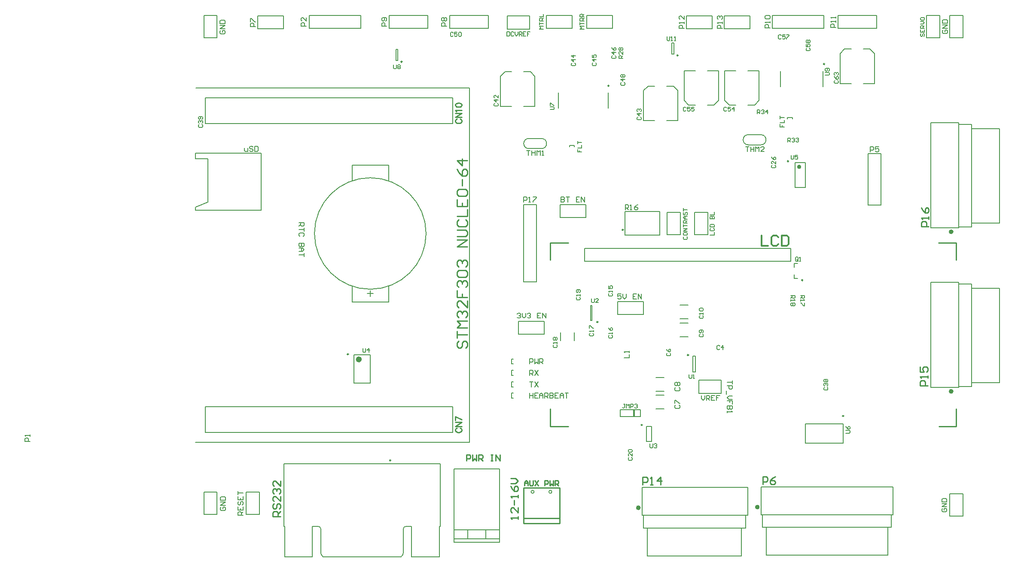
<source format=gto>
G04*
G04 #@! TF.GenerationSoftware,Altium Limited,Altium Designer,19.0.10 (269)*
G04*
G04 Layer_Color=65535*
%FSLAX43Y43*%
%MOMM*%
G71*
G01*
G75*
%ADD10C,0.250*%
%ADD11C,0.127*%
%ADD12C,0.200*%
%ADD13C,0.400*%
%ADD14C,0.600*%
%ADD15C,0.180*%
%ADD16C,0.254*%
%ADD17C,0.350*%
%ADD18R,0.400X1.300*%
D10*
X131575Y136400D02*
G03*
X131575Y136400I-125J0D01*
G01*
X138125Y69475D02*
G03*
X138125Y69475I-125J0D01*
G01*
X177825Y71250D02*
G03*
X177825Y71250I-125J0D01*
G01*
X174075Y140700D02*
G03*
X174075Y140700I-125J0D01*
G01*
X88550Y62470D02*
G03*
X88550Y62470I-125J0D01*
G01*
X169775Y98050D02*
G03*
X169775Y98050I-125J0D01*
G01*
X134385Y107980D02*
G03*
X134385Y107980I-125J0D01*
G01*
X147245Y83268D02*
G03*
X147245Y83268I-125J0D01*
G01*
X129375Y89791D02*
G03*
X129375Y89791I-125J0D01*
G01*
X80216Y83421D02*
G03*
X80216Y83421I-125J0D01*
G01*
X166950Y121505D02*
G03*
X166950Y121505I-125J0D01*
G01*
X145185Y142400D02*
G03*
X145185Y142400I-125J0D01*
G01*
X90795Y141150D02*
G03*
X90795Y141150I-125J0D01*
G01*
D11*
X95500Y107250D02*
G03*
X95500Y107250I-11000J0D01*
G01*
X120300Y56270D02*
G03*
X120300Y56270I-300J0D01*
G01*
X116800D02*
G03*
X116800Y56270I-300J0D01*
G01*
X159000Y126750D02*
G03*
X159000Y124750I0J-1000D01*
G01*
X161500D02*
G03*
X161500Y126750I0J1000D01*
G01*
X115750Y126000D02*
G03*
X115750Y124000I0J-1000D01*
G01*
X118250D02*
G03*
X118250Y126000I0J1000D01*
G01*
X149300Y75700D02*
Y78300D01*
Y75700D02*
X153700D01*
Y78300D01*
X149300D02*
X153700D01*
X50000Y111810D02*
Y112460D01*
Y121960D02*
Y123110D01*
Y111810D02*
X63000D01*
Y123110D01*
X50000D02*
X63000D01*
X52500Y114960D02*
Y121960D01*
X50000D02*
X52500D01*
Y113460D02*
Y114960D01*
X50000Y112460D02*
X52500Y113460D01*
X120000Y103000D02*
Y105400D01*
X84500Y95450D02*
X85100D01*
X83900D02*
X84500D01*
Y94850D02*
Y96050D01*
X88100Y93750D02*
Y96850D01*
X80900Y93750D02*
X88100D01*
X80900D02*
Y96850D01*
Y117650D02*
Y120750D01*
X88100Y117650D02*
Y120750D01*
X80900D02*
X88100D01*
X101000Y46270D02*
X110000D01*
X101000D02*
Y60770D01*
X110000D01*
Y46270D02*
Y60770D01*
X101000Y47020D02*
X110000D01*
X101000Y48770D02*
X110000D01*
X107250Y47020D02*
Y48770D01*
X103750Y47020D02*
Y48770D01*
X161550Y51750D02*
Y57250D01*
Y51750D02*
X187550D01*
Y57250D01*
X161550D02*
X187550D01*
X195000Y108340D02*
Y129140D01*
X200500D01*
Y108340D02*
Y129140D01*
X195000Y108340D02*
X200500D01*
X159000Y124750D02*
X161500D01*
X159000Y126750D02*
X161500D01*
X137750Y71140D02*
Y72440D01*
X133750Y71140D02*
X137750D01*
X133750D02*
Y72440D01*
X137750D01*
X194150Y145850D02*
Y150250D01*
X196750D01*
Y145850D02*
Y150250D01*
X194150Y145850D02*
X196750D01*
X60050Y51850D02*
Y56250D01*
X62650D01*
Y51850D02*
Y56250D01*
X60050Y51850D02*
X62650D01*
X151050Y107050D02*
Y111450D01*
X148450Y107050D02*
X151050D01*
X148450D02*
Y111450D01*
X151050D01*
X51700Y145850D02*
Y150250D01*
X54300D01*
Y145850D02*
Y150250D01*
X51700Y145850D02*
X54300D01*
X198700D02*
Y150250D01*
X201300D01*
Y145850D02*
Y150250D01*
X198700Y145850D02*
X201300D01*
X198700Y51470D02*
Y55870D01*
X201300D01*
Y51470D02*
Y55870D01*
X198700Y51470D02*
X201300D01*
X51700Y51820D02*
Y56220D01*
X54300D01*
Y51820D02*
Y56220D01*
X51700Y51820D02*
X54300D01*
X111500Y150200D02*
X115900D01*
Y147600D02*
Y150200D01*
X111500Y147600D02*
X115900D01*
X111500D02*
Y150200D01*
X145628Y107050D02*
Y111450D01*
X143028Y107050D02*
X145628D01*
X143028D02*
Y111450D01*
X145628D01*
X115750Y124000D02*
X118250D01*
X115750Y126000D02*
X118250D01*
X195000Y76840D02*
X200500D01*
Y97640D01*
X195000D02*
X200500D01*
X195000Y76840D02*
Y97640D01*
X138090Y51620D02*
Y57120D01*
Y51620D02*
X158890D01*
Y57120D01*
X138090D02*
X158890D01*
D12*
X74720Y44420D02*
G03*
X75207Y43420I1270J0D01*
G01*
X90563D02*
G03*
X91050Y44420I-783J1000D01*
G01*
X74720Y49020D02*
G03*
X74320Y49420I-400J0D01*
G01*
X91450D02*
G03*
X91050Y49020I0J-400D01*
G01*
X121600Y132000D02*
Y135000D01*
X131400Y132000D02*
Y135000D01*
X138975Y69175D02*
X139975D01*
X138975Y66175D02*
X139975D01*
X138975D02*
Y69175D01*
X139975Y66175D02*
Y69175D01*
X170250Y69650D02*
X177750D01*
X170250Y65850D02*
X177750D01*
Y69650D01*
X170250Y65850D02*
Y69650D01*
X113690Y89932D02*
X118770D01*
X113690Y87392D02*
Y89932D01*
Y87392D02*
X118770D01*
Y89932D01*
X133230Y93770D02*
X138310D01*
X133230Y91230D02*
Y93770D01*
Y91230D02*
X138310D01*
Y93770D01*
X114730Y112930D02*
X117270D01*
X114730Y97690D02*
X117270D01*
X114730D02*
Y112930D01*
X117270Y97690D02*
Y112930D01*
X121880Y110430D02*
Y112970D01*
X126960D01*
Y110430D02*
Y112970D01*
X121880Y110430D02*
X126960D01*
X62340Y150170D02*
X67420D01*
X62340Y147630D02*
Y150170D01*
Y147630D02*
X67420D01*
Y150170D01*
X167370Y101730D02*
Y104270D01*
X128635D02*
X167370D01*
X126730D02*
X128635D01*
X126730Y101730D02*
Y104270D01*
Y101730D02*
X167370D01*
X173750Y136300D02*
Y139300D01*
X165350Y136300D02*
Y139300D01*
X173750Y136250D02*
Y139250D01*
X165350Y136250D02*
Y139250D01*
X177100Y142750D02*
X178000Y143650D01*
X178100D01*
X183000D02*
X183900Y142750D01*
X182900Y143650D02*
X183000D01*
X181700Y136850D02*
X183900Y136850D01*
Y142750D01*
X181700Y143650D02*
X182900D01*
X178100D02*
X179300D01*
X177100Y136850D02*
X177100Y142750D01*
X177100Y136850D02*
X179300D01*
X121975Y86087D02*
Y87687D01*
X124675Y86087D02*
Y87687D01*
X98285Y49420D02*
Y61820D01*
X67485Y49420D02*
Y61820D01*
X67485D02*
X98285D01*
X91050Y44420D02*
Y49020D01*
X74720Y44420D02*
Y49020D01*
X67676Y43420D02*
Y49420D01*
X92666Y43420D02*
Y49420D01*
X98094Y43420D02*
Y49420D01*
X75207Y43420D02*
X90563D01*
X92666D02*
X98094D01*
X67676D02*
X73104D01*
X73104Y43420D02*
Y49420D01*
X67485D02*
X67676D01*
X73104D02*
X74320D01*
X98094D02*
X98285D01*
X91450D02*
X92666D01*
X162550Y49250D02*
X186550D01*
Y43750D02*
Y49250D01*
X162550Y43750D02*
X186550D01*
X162550D02*
Y49250D01*
X161780D02*
Y51750D01*
Y49250D02*
X187180D01*
Y51750D01*
X161780D02*
X187180D01*
X163720Y147780D02*
Y150320D01*
X173880D01*
X163720Y147780D02*
X173880D01*
Y150320D01*
X184310Y147730D02*
Y150270D01*
X176690Y147730D02*
X184310D01*
X176690D02*
Y150270D01*
X184310D01*
X200500Y108570D02*
Y128740D01*
X203000D01*
Y108570D02*
Y128740D01*
X200500Y108570D02*
X203000D01*
Y109340D02*
X208500D01*
Y127940D01*
X203000D02*
X208500D01*
X203000Y109340D02*
Y127940D01*
X112350Y82500D02*
X112650D01*
X112350Y81500D02*
X112650D01*
X112350D02*
Y82500D01*
X168050Y100550D02*
Y101350D01*
X168750D01*
X168050Y98350D02*
Y99150D01*
Y98350D02*
X168750D01*
X141575Y106905D02*
Y111595D01*
X134745Y106905D02*
Y111595D01*
X141575D01*
X134745Y106905D02*
X141575D01*
X148070Y83018D02*
X148570D01*
X148070Y79918D02*
X148570D01*
X148070D02*
Y83018D01*
X148570Y79918D02*
Y83018D01*
X127900Y90116D02*
X128200D01*
X127900Y93016D02*
X128200D01*
Y90116D02*
Y93016D01*
X127900Y90116D02*
Y93016D01*
X81285Y77706D02*
Y83294D01*
X84485Y77706D02*
Y83294D01*
X81285Y77706D02*
X84485D01*
X81285Y83294D02*
X84485D01*
X168250Y116300D02*
Y121200D01*
X170250Y116300D02*
Y121200D01*
X168250D02*
X170250D01*
X168250Y116300D02*
X170250D01*
X143950Y142650D02*
Y144850D01*
X144330Y142650D02*
Y144850D01*
X143950D02*
X144330D01*
X143950Y142650D02*
X144330D01*
X51990Y73060D02*
X100740D01*
X51990Y67980D02*
X100740D01*
X51990D02*
Y73060D01*
X100740Y67980D02*
Y73060D01*
X100740Y128980D02*
Y134060D01*
X51990Y128980D02*
Y134060D01*
Y128980D02*
X100740D01*
X51990Y134060D02*
X100740D01*
X145520Y93100D02*
X147120D01*
X145520Y90400D02*
X147120D01*
X145520Y89600D02*
X147120D01*
X145520Y86900D02*
X147120D01*
X140770Y76150D02*
X142370D01*
X140770Y78850D02*
X142370D01*
X140770Y72650D02*
X142370D01*
X140770Y75350D02*
X142370D01*
X152250Y132600D02*
X153150Y133500D01*
X152150Y132600D02*
X152250D01*
X146350Y133500D02*
X147250Y132600D01*
X147350D01*
X146350Y139400D02*
X148550Y139400D01*
X146350Y133500D02*
Y139400D01*
X147350Y132600D02*
X148550D01*
X150950D02*
X152150D01*
X153150Y133500D02*
X153150Y139400D01*
X150950D02*
X153150D01*
X160250Y132600D02*
X161150Y133500D01*
X160150Y132600D02*
X160250D01*
X154350Y133500D02*
X155250Y132600D01*
X155350D01*
X154350Y139400D02*
X156550Y139400D01*
X154350Y133500D02*
Y139400D01*
X155350Y132600D02*
X156550D01*
X158950D02*
X160150D01*
X161150Y133500D02*
X161150Y139400D01*
X158950D02*
X161150D01*
X138350Y135450D02*
X139250Y136350D01*
X139350D01*
X144250D02*
X145150Y135450D01*
X144150Y136350D02*
X144250D01*
X142950Y129550D02*
X145150Y129550D01*
Y135450D01*
X142950Y136350D02*
X144150D01*
X139350D02*
X140550D01*
X138350Y129550D02*
X138350Y135450D01*
X138350Y129550D02*
X140550D01*
X110150Y138250D02*
X111050Y139150D01*
X111150D01*
X116050D02*
X116950Y138250D01*
X115950Y139150D02*
X116050D01*
X114750Y132350D02*
X116950Y132350D01*
Y138250D01*
X114750Y139150D02*
X115950D01*
X111150D02*
X112350D01*
X110150Y132350D02*
X110150Y138250D01*
X110150Y132350D02*
X112350D01*
X89560Y141400D02*
X89940D01*
X89560Y143600D02*
X89940D01*
Y141400D02*
Y143600D01*
X89560Y141400D02*
Y143600D01*
X203000Y77840D02*
Y96440D01*
X208500D01*
Y77840D02*
Y96440D01*
X203000Y77840D02*
X208500D01*
X200500Y77070D02*
X203000D01*
Y97240D01*
X200500D02*
X203000D01*
X200500Y77070D02*
Y97240D01*
X139090Y49120D02*
X157690D01*
Y43620D02*
Y49120D01*
X139090Y43620D02*
X157690D01*
X139090D02*
Y49120D01*
X138320D02*
Y51620D01*
Y49120D02*
X158490D01*
Y51620D01*
X138320D02*
X158490D01*
X159340Y147630D02*
Y150170D01*
X154260Y147630D02*
X159340D01*
X154260D02*
Y150170D01*
X159340D01*
X151880Y147630D02*
Y150170D01*
X146800Y147630D02*
X151880D01*
X146800D02*
Y150170D01*
X151880D01*
X88211Y147730D02*
X95831D01*
Y150270D01*
X88211D02*
X95831D01*
X88211Y147730D02*
Y150270D01*
X100190Y147730D02*
X107810D01*
Y150270D01*
X100190D02*
X107810D01*
X100190Y147730D02*
Y150270D01*
X182630Y112860D02*
X185170D01*
X182630D02*
Y123020D01*
X185170Y112860D02*
Y123020D01*
X182630D02*
X185170D01*
X72440Y147780D02*
Y150320D01*
X82600D01*
X72440Y147780D02*
X82600D01*
Y150320D01*
X166750Y130150D02*
X167750D01*
X166750Y129850D02*
Y130150D01*
X167750Y129850D02*
Y130150D01*
X123750Y124650D02*
X124750D01*
X123750Y124350D02*
Y124650D01*
X124750Y124350D02*
Y124650D01*
X112350Y77000D02*
Y78000D01*
Y77000D02*
X112650D01*
X112350Y78000D02*
X112650D01*
X112350Y79250D02*
Y80250D01*
Y79250D02*
X112650D01*
X112350Y80250D02*
X112650D01*
X124270Y147730D02*
Y150270D01*
X119190Y147730D02*
X124270D01*
X119190D02*
Y150270D01*
X124270D01*
X127190Y147730D02*
Y150270D01*
X132270D01*
Y147730D02*
Y150270D01*
X127190Y147730D02*
X132270D01*
X112350Y74750D02*
Y75750D01*
Y74750D02*
X112650D01*
X112350Y75750D02*
X112650D01*
D13*
X161050Y53250D02*
G03*
X161050Y53250I-250J0D01*
G01*
X199250Y107590D02*
G03*
X199250Y107590I-250J0D01*
G01*
X169250Y120400D02*
G03*
X169250Y120400I-200J0D01*
G01*
X199250Y76090D02*
G03*
X199250Y76090I-250J0D01*
G01*
X137590Y53120D02*
G03*
X137590Y53120I-250J0D01*
G01*
D14*
X82550Y82405D02*
G03*
X82550Y82405I-300J0D01*
G01*
D15*
X104050Y66000D02*
Y136000D01*
X50100D02*
X104050D01*
X50075Y66000D02*
X104050D01*
X149750Y75300D02*
Y74633D01*
X150083Y74300D01*
X150416Y74633D01*
Y75300D01*
X150750Y74300D02*
Y75300D01*
X151250D01*
X151416Y75133D01*
Y74800D01*
X151250Y74633D01*
X150750D01*
X151083D02*
X151416Y74300D01*
X152416Y75300D02*
X151749D01*
Y74300D01*
X152416D01*
X151749Y74800D02*
X152083D01*
X153415Y75300D02*
X152749D01*
Y74800D01*
X153082D01*
X152749D01*
Y74300D01*
X174200Y138500D02*
X174867D01*
X175000Y138633D01*
Y138900D01*
X174867Y139033D01*
X174200D01*
X174867Y139300D02*
X175000Y139433D01*
Y139700D01*
X174867Y139833D01*
X174334D01*
X174200Y139700D01*
Y139433D01*
X174334Y139300D01*
X174467D01*
X174600Y139433D01*
Y139833D01*
X119950Y131700D02*
X120617D01*
X120750Y131833D01*
Y132100D01*
X120617Y132233D01*
X119950D01*
Y132500D02*
Y133033D01*
X120084D01*
X120617Y132500D01*
X120750D01*
X61850Y148050D02*
X60850D01*
Y148550D01*
X61017Y148716D01*
X61350D01*
X61517Y148550D01*
Y148050D01*
X60850Y149050D02*
Y149716D01*
X61017D01*
X61683Y149050D01*
X61850D01*
X176084Y137433D02*
X175950Y137300D01*
Y137033D01*
X176084Y136900D01*
X176617D01*
X176750Y137033D01*
Y137300D01*
X176617Y137433D01*
X175950Y138233D02*
X176084Y137966D01*
X176350Y137700D01*
X176617D01*
X176750Y137833D01*
Y138100D01*
X176617Y138233D01*
X176483D01*
X176350Y138100D01*
Y137700D01*
X176084Y138499D02*
X175950Y138633D01*
Y138899D01*
X176084Y139033D01*
X176217D01*
X176350Y138899D01*
Y138766D01*
Y138899D01*
X176483Y139033D01*
X176617D01*
X176750Y138899D01*
Y138633D01*
X176617Y138499D01*
X59700Y124116D02*
Y123617D01*
X59867Y123450D01*
X60366D01*
Y124116D01*
X61366Y124283D02*
X61200Y124450D01*
X60866D01*
X60700Y124283D01*
Y124116D01*
X60866Y123950D01*
X61200D01*
X61366Y123783D01*
Y123617D01*
X61200Y123450D01*
X60866D01*
X60700Y123617D01*
X61699Y124450D02*
Y123450D01*
X62199D01*
X62366Y123617D01*
Y124283D01*
X62199Y124450D01*
X61699D01*
X139650Y65750D02*
Y65083D01*
X139783Y64950D01*
X140050D01*
X140183Y65083D01*
Y65750D01*
X140450Y65616D02*
X140583Y65750D01*
X140850D01*
X140983Y65616D01*
Y65483D01*
X140850Y65350D01*
X140716D01*
X140850D01*
X140983Y65217D01*
Y65083D01*
X140850Y64950D01*
X140583D01*
X140450Y65083D01*
X178250Y67850D02*
X178917D01*
X179050Y67983D01*
Y68250D01*
X178917Y68383D01*
X178250D01*
Y69183D02*
X178384Y68916D01*
X178650Y68650D01*
X178917D01*
X179050Y68783D01*
Y69050D01*
X178917Y69183D01*
X178783D01*
X178650Y69050D01*
Y68650D01*
X134300Y141800D02*
X133500D01*
Y142200D01*
X133634Y142333D01*
X133900D01*
X134033Y142200D01*
Y141800D01*
Y142067D02*
X134300Y142333D01*
Y143133D02*
Y142600D01*
X133767Y143133D01*
X133634D01*
X133500Y143000D01*
Y142733D01*
X133634Y142600D01*
Y143399D02*
X133500Y143533D01*
Y143799D01*
X133634Y143933D01*
X133767D01*
X133900Y143799D01*
X134033Y143933D01*
X134167D01*
X134300Y143799D01*
Y143533D01*
X134167Y143399D01*
X134033D01*
X133900Y143533D01*
X133767Y143399D01*
X133634D01*
X133900Y143533D02*
Y143799D01*
X17413Y66189D02*
X16413D01*
Y66689D01*
X16580Y66856D01*
X16913D01*
X17080Y66689D01*
Y66189D01*
X17413Y67189D02*
Y67522D01*
Y67356D01*
X16413D01*
X16580Y67189D01*
X50784Y128733D02*
X50650Y128600D01*
Y128333D01*
X50784Y128200D01*
X51317D01*
X51450Y128333D01*
Y128600D01*
X51317Y128733D01*
X50784Y129000D02*
X50650Y129133D01*
Y129400D01*
X50784Y129533D01*
X50917D01*
X51050Y129400D01*
Y129266D01*
Y129400D01*
X51183Y129533D01*
X51317D01*
X51450Y129400D01*
Y129133D01*
X51317Y129000D01*
Y129799D02*
X51450Y129933D01*
Y130199D01*
X51317Y130333D01*
X50784D01*
X50650Y130199D01*
Y129933D01*
X50784Y129799D01*
X50917D01*
X51050Y129933D01*
Y130333D01*
X122100Y114450D02*
Y113450D01*
X122600D01*
X122766Y113617D01*
Y113783D01*
X122600Y113950D01*
X122100D01*
X122600D01*
X122766Y114116D01*
Y114283D01*
X122600Y114450D01*
X122100D01*
X123100D02*
X123766D01*
X123433D01*
Y113450D01*
X125765Y114450D02*
X125099D01*
Y113450D01*
X125765D01*
X125099Y113950D02*
X125432D01*
X126099Y113450D02*
Y114450D01*
X126765Y113450D01*
Y114450D01*
X114750Y113450D02*
Y114450D01*
X115250D01*
X115416Y114283D01*
Y113950D01*
X115250Y113783D01*
X114750D01*
X115750Y113450D02*
X116083D01*
X115916D01*
Y114450D01*
X115750Y114283D01*
X116583Y114450D02*
X117249D01*
Y114283D01*
X116583Y113617D01*
Y113450D01*
X133966Y95350D02*
X133300D01*
Y94850D01*
X133633Y95016D01*
X133800D01*
X133966Y94850D01*
Y94517D01*
X133800Y94350D01*
X133467D01*
X133300Y94517D01*
X134300Y95350D02*
Y94683D01*
X134633Y94350D01*
X134966Y94683D01*
Y95350D01*
X136965D02*
X136299D01*
Y94350D01*
X136965D01*
X136299Y94850D02*
X136632D01*
X137299Y94350D02*
Y95350D01*
X137965Y94350D01*
Y95350D01*
X113450Y91383D02*
X113617Y91550D01*
X113950D01*
X114116Y91383D01*
Y91216D01*
X113950Y91050D01*
X113783D01*
X113950D01*
X114116Y90883D01*
Y90717D01*
X113950Y90550D01*
X113617D01*
X113450Y90717D01*
X114450Y91550D02*
Y90883D01*
X114783Y90550D01*
X115116Y90883D01*
Y91550D01*
X115449Y91383D02*
X115616Y91550D01*
X115949D01*
X116116Y91383D01*
Y91216D01*
X115949Y91050D01*
X115783D01*
X115949D01*
X116116Y90883D01*
Y90717D01*
X115949Y90550D01*
X115616D01*
X115449Y90717D01*
X118115Y91550D02*
X117449D01*
Y90550D01*
X118115D01*
X117449Y91050D02*
X117782D01*
X118448Y90550D02*
Y91550D01*
X119115Y90550D01*
Y91550D01*
X143000Y146100D02*
Y145433D01*
X143133Y145300D01*
X143400D01*
X143533Y145433D01*
Y146100D01*
X143800Y145300D02*
X144066D01*
X143933D01*
Y146100D01*
X143800Y145966D01*
X144466Y145300D02*
X144733D01*
X144599D01*
Y146100D01*
X144466Y145966D01*
X89100Y140550D02*
Y139883D01*
X89233Y139750D01*
X89500D01*
X89633Y139883D01*
Y140550D01*
X89900Y140416D02*
X90033Y140550D01*
X90300D01*
X90433Y140416D01*
Y140283D01*
X90300Y140150D01*
X90433Y140017D01*
Y139883D01*
X90300Y139750D01*
X90033D01*
X89900Y139883D01*
Y140017D01*
X90033Y140150D01*
X89900Y140283D01*
Y140416D01*
X90033Y140150D02*
X90300D01*
X167450Y122700D02*
Y122033D01*
X167583Y121900D01*
X167850D01*
X167983Y122033D01*
Y122700D01*
X168783D02*
X168250D01*
Y122300D01*
X168516Y122433D01*
X168650D01*
X168783Y122300D01*
Y122033D01*
X168650Y121900D01*
X168383D01*
X168250Y122033D01*
X83050Y84600D02*
Y83933D01*
X83183Y83800D01*
X83450D01*
X83583Y83933D01*
Y84600D01*
X84250Y83800D02*
Y84600D01*
X83850Y84200D01*
X84383D01*
X128125Y94400D02*
Y93733D01*
X128258Y93600D01*
X128525D01*
X128658Y93733D01*
Y94400D01*
X129458Y93600D02*
X128925D01*
X129458Y94133D01*
Y94266D01*
X129325Y94400D01*
X129058D01*
X128925Y94266D01*
X147350Y79450D02*
Y78783D01*
X147483Y78650D01*
X147750D01*
X147883Y78783D01*
Y79450D01*
X148150Y78650D02*
X148416D01*
X148283D01*
Y79450D01*
X148150Y79316D01*
X155891Y78206D02*
Y77540D01*
Y77873D01*
X154891D01*
Y77207D02*
X155891D01*
Y76707D01*
X155724Y76540D01*
X155391D01*
X155224Y76707D01*
Y77207D01*
X154724Y76207D02*
Y75541D01*
X155891Y75207D02*
X155224D01*
X154891Y74874D01*
X155224Y74541D01*
X155891D01*
Y73541D02*
Y74208D01*
X155391D01*
Y73875D01*
Y74208D01*
X154891D01*
X155891Y73208D02*
X154891D01*
Y72708D01*
X155058Y72542D01*
X155224D01*
X155391Y72708D01*
Y73208D01*
Y72708D01*
X155557Y72542D01*
X155724D01*
X155891Y72708D01*
Y73208D01*
X154891Y72208D02*
Y71875D01*
Y72042D01*
X155891D01*
X155724Y72208D01*
X193084Y146683D02*
X192950Y146550D01*
Y146283D01*
X193084Y146150D01*
X193217D01*
X193350Y146283D01*
Y146550D01*
X193483Y146683D01*
X193617D01*
X193750Y146550D01*
Y146283D01*
X193617Y146150D01*
X192950Y147483D02*
Y146950D01*
X193750D01*
Y147483D01*
X193350Y146950D02*
Y147216D01*
X193750Y147749D02*
X192950D01*
Y148149D01*
X193084Y148283D01*
X193350D01*
X193483Y148149D01*
Y147749D01*
Y148016D02*
X193750Y148283D01*
X192950Y148549D02*
X193483D01*
X193750Y148816D01*
X193483Y149082D01*
X192950D01*
Y149749D02*
Y149482D01*
X193084Y149349D01*
X193617D01*
X193750Y149482D01*
Y149749D01*
X193617Y149882D01*
X193084D01*
X192950Y149749D01*
X59400Y51680D02*
X58400D01*
Y52180D01*
X58567Y52346D01*
X58900D01*
X59067Y52180D01*
Y51680D01*
Y52013D02*
X59400Y52346D01*
X58400Y53346D02*
Y52680D01*
X59400D01*
Y53346D01*
X58900Y52680D02*
Y53013D01*
X58567Y54346D02*
X58400Y54179D01*
Y53846D01*
X58567Y53679D01*
X58734D01*
X58900Y53846D01*
Y54179D01*
X59067Y54346D01*
X59233D01*
X59400Y54179D01*
Y53846D01*
X59233Y53679D01*
X58400Y55345D02*
Y54679D01*
X59400D01*
Y55345D01*
X58900Y54679D02*
Y55012D01*
X58400Y55679D02*
Y56345D01*
Y56012D01*
X59400D01*
X151500Y106950D02*
X152300D01*
Y107483D01*
X151634Y108283D02*
X151500Y108150D01*
Y107883D01*
X151634Y107750D01*
X152167D01*
X152300Y107883D01*
Y108150D01*
X152167Y108283D01*
X151500Y108549D02*
X152300D01*
Y108949D01*
X152167Y109083D01*
X151634D01*
X151500Y108949D01*
Y108549D01*
Y110149D02*
X152300D01*
Y110549D01*
X152167Y110682D01*
X152033D01*
X151900Y110549D01*
Y110149D01*
Y110549D01*
X151767Y110682D01*
X151634D01*
X151500Y110549D01*
Y110149D01*
Y110949D02*
X152300D01*
Y111482D01*
X55067Y147316D02*
X54900Y147150D01*
Y146817D01*
X55067Y146650D01*
X55733D01*
X55900Y146817D01*
Y147150D01*
X55733Y147316D01*
X55400D01*
Y146983D01*
X55900Y147650D02*
X54900D01*
X55900Y148316D01*
X54900D01*
Y148649D02*
X55900D01*
Y149149D01*
X55733Y149316D01*
X55067D01*
X54900Y149149D01*
Y148649D01*
X197417Y147416D02*
X197250Y147250D01*
Y146917D01*
X197417Y146750D01*
X198083D01*
X198250Y146917D01*
Y147250D01*
X198083Y147416D01*
X197750D01*
Y147083D01*
X198250Y147750D02*
X197250D01*
X198250Y148416D01*
X197250D01*
Y148749D02*
X198250D01*
Y149249D01*
X198083Y149416D01*
X197417D01*
X197250Y149249D01*
Y148749D01*
X197317Y52966D02*
X197150Y52800D01*
Y52467D01*
X197317Y52300D01*
X197983D01*
X198150Y52467D01*
Y52800D01*
X197983Y52966D01*
X197650D01*
Y52633D01*
X198150Y53300D02*
X197150D01*
X198150Y53966D01*
X197150D01*
Y54299D02*
X198150D01*
Y54799D01*
X197983Y54966D01*
X197317D01*
X197150Y54799D01*
Y54299D01*
X55157Y53266D02*
X54990Y53100D01*
Y52767D01*
X55157Y52600D01*
X55823D01*
X55990Y52767D01*
Y53100D01*
X55823Y53266D01*
X55490D01*
Y52933D01*
X55990Y53600D02*
X54990D01*
X55990Y54266D01*
X54990D01*
Y54599D02*
X55990D01*
Y55099D01*
X55823Y55266D01*
X55157D01*
X54990Y55099D01*
Y54599D01*
X111450Y147050D02*
Y146250D01*
X111850D01*
X111983Y146383D01*
Y146916D01*
X111850Y147050D01*
X111450D01*
X112783Y146916D02*
X112650Y147050D01*
X112383D01*
X112250Y146916D01*
Y146383D01*
X112383Y146250D01*
X112650D01*
X112783Y146383D01*
X113049Y147050D02*
Y146517D01*
X113316Y146250D01*
X113583Y146517D01*
Y147050D01*
X113849Y146250D02*
Y147050D01*
X114249D01*
X114382Y146916D01*
Y146650D01*
X114249Y146517D01*
X113849D01*
X114116D02*
X114382Y146250D01*
X115182Y147050D02*
X114649D01*
Y146250D01*
X115182D01*
X114649Y146650D02*
X114916D01*
X115982Y147050D02*
X115449D01*
Y146650D01*
X115715D01*
X115449D01*
Y146250D01*
X146334Y106633D02*
X146200Y106500D01*
Y106233D01*
X146334Y106100D01*
X146867D01*
X147000Y106233D01*
Y106500D01*
X146867Y106633D01*
X146200Y107300D02*
Y107033D01*
X146334Y106900D01*
X146867D01*
X147000Y107033D01*
Y107300D01*
X146867Y107433D01*
X146334D01*
X146200Y107300D01*
X147000Y107699D02*
X146200D01*
X147000Y108233D01*
X146200D01*
Y108499D02*
Y109032D01*
Y108766D01*
X147000D01*
Y109299D02*
X146200D01*
Y109699D01*
X146334Y109832D01*
X146600D01*
X146733Y109699D01*
Y109299D01*
Y109566D02*
X147000Y109832D01*
Y110099D02*
X146467D01*
X146200Y110365D01*
X146467Y110632D01*
X147000D01*
X146600D01*
Y110099D01*
X146334Y111432D02*
X146200Y111298D01*
Y111032D01*
X146334Y110898D01*
X146467D01*
X146600Y111032D01*
Y111298D01*
X146733Y111432D01*
X146867D01*
X147000Y111298D01*
Y111032D01*
X146867Y110898D01*
X146200Y111698D02*
Y112231D01*
Y111965D01*
X147000D01*
X158480Y124400D02*
X159146D01*
X158813D01*
Y123400D01*
X159480Y124400D02*
Y123400D01*
Y123900D01*
X160146D01*
Y124400D01*
Y123400D01*
X160479D02*
Y124400D01*
X160813Y124066D01*
X161146Y124400D01*
Y123400D01*
X162145D02*
X161479D01*
X162145Y124066D01*
Y124233D01*
X161979Y124400D01*
X161646D01*
X161479Y124233D01*
X115350Y123650D02*
X116016D01*
X115683D01*
Y122650D01*
X116350Y123650D02*
Y122650D01*
Y123150D01*
X117016D01*
Y123650D01*
Y122650D01*
X117349D02*
Y123650D01*
X117683Y123316D01*
X118016Y123650D01*
Y122650D01*
X118349D02*
X118682D01*
X118516D01*
Y123650D01*
X118349Y123483D01*
X166800Y125300D02*
Y126100D01*
X167200D01*
X167333Y125966D01*
Y125700D01*
X167200Y125567D01*
X166800D01*
X167067D02*
X167333Y125300D01*
X167600Y125966D02*
X167733Y126100D01*
X168000D01*
X168133Y125966D01*
Y125833D01*
X168000Y125700D01*
X167866D01*
X168000D01*
X168133Y125567D01*
Y125433D01*
X168000Y125300D01*
X167733D01*
X167600Y125433D01*
X168399Y125966D02*
X168533Y126100D01*
X168799D01*
X168933Y125966D01*
Y125833D01*
X168799Y125700D01*
X168666D01*
X168799D01*
X168933Y125567D01*
Y125433D01*
X168799Y125300D01*
X168533D01*
X168399Y125433D01*
X167400Y95000D02*
X168200D01*
Y94600D01*
X168066Y94467D01*
X167800D01*
X167667Y94600D01*
Y95000D01*
Y94733D02*
X167400Y94467D01*
Y94200D02*
Y93934D01*
Y94067D01*
X168200D01*
X168066Y94200D01*
Y93534D02*
X168200Y93401D01*
Y93134D01*
X168066Y93001D01*
X167933D01*
X167800Y93134D01*
X167667Y93001D01*
X167533D01*
X167400Y93134D01*
Y93401D01*
X167533Y93534D01*
X167667D01*
X167800Y93401D01*
X167933Y93534D01*
X168066D01*
X167800Y93401D02*
Y93134D01*
X169300Y95000D02*
X170100D01*
Y94600D01*
X169966Y94467D01*
X169700D01*
X169567Y94600D01*
Y95000D01*
Y94733D02*
X169300Y94467D01*
Y94200D02*
Y93934D01*
Y94067D01*
X170100D01*
X169966Y94200D01*
X170100Y93534D02*
Y93001D01*
X169966D01*
X169433Y93534D01*
X169300D01*
X134750Y111950D02*
Y112950D01*
X135250D01*
X135416Y112783D01*
Y112450D01*
X135250Y112283D01*
X134750D01*
X135083D02*
X135416Y111950D01*
X135750D02*
X136083D01*
X135916D01*
Y112950D01*
X135750Y112783D01*
X137249Y112950D02*
X136916Y112783D01*
X136583Y112450D01*
Y112117D01*
X136749Y111950D01*
X137083D01*
X137249Y112117D01*
Y112283D01*
X137083Y112450D01*
X136583D01*
X168833Y101933D02*
Y102466D01*
X168700Y102600D01*
X168433D01*
X168300Y102466D01*
Y101933D01*
X168433Y101800D01*
X168700D01*
X168567Y102067D02*
X168833Y101800D01*
X168700D02*
X168833Y101933D01*
X169100Y101800D02*
X169366D01*
X169233D01*
Y102600D01*
X169100Y102466D01*
X115900Y81550D02*
Y82550D01*
X116400D01*
X116566Y82383D01*
Y82050D01*
X116400Y81883D01*
X115900D01*
X116900Y82550D02*
Y81550D01*
X117233Y81883D01*
X117566Y81550D01*
Y82550D01*
X117899Y81550D02*
Y82550D01*
X118399D01*
X118566Y82383D01*
Y82050D01*
X118399Y81883D01*
X117899D01*
X118233D02*
X118566Y81550D01*
X153950Y147700D02*
X152950D01*
Y148200D01*
X153117Y148366D01*
X153450D01*
X153617Y148200D01*
Y147700D01*
X153950Y148700D02*
Y149033D01*
Y148866D01*
X152950D01*
X153117Y148700D01*
Y149533D02*
X152950Y149699D01*
Y150033D01*
X153117Y150199D01*
X153284D01*
X153450Y150033D01*
Y149866D01*
Y150033D01*
X153617Y150199D01*
X153783D01*
X153950Y150033D01*
Y149699D01*
X153783Y149533D01*
X146400Y147700D02*
X145400D01*
Y148200D01*
X145567Y148366D01*
X145900D01*
X146067Y148200D01*
Y147700D01*
X146400Y148700D02*
Y149033D01*
Y148866D01*
X145400D01*
X145567Y148700D01*
X146400Y150199D02*
Y149533D01*
X145734Y150199D01*
X145567D01*
X145400Y150033D01*
Y149699D01*
X145567Y149533D01*
X176300Y147900D02*
X175300D01*
Y148400D01*
X175467Y148566D01*
X175800D01*
X175967Y148400D01*
Y147900D01*
X176300Y148900D02*
Y149233D01*
Y149066D01*
X175300D01*
X175467Y148900D01*
X176300Y149733D02*
Y150066D01*
Y149899D01*
X175300D01*
X175467Y149733D01*
X163336Y147800D02*
X162336D01*
Y148300D01*
X162503Y148466D01*
X162836D01*
X163003Y148300D01*
Y147800D01*
X163336Y148800D02*
Y149133D01*
Y148966D01*
X162336D01*
X162503Y148800D01*
Y149633D02*
X162336Y149799D01*
Y150133D01*
X162503Y150299D01*
X163169D01*
X163336Y150133D01*
Y149799D01*
X163169Y149633D01*
X162503D01*
X87750Y148150D02*
X86750D01*
Y148650D01*
X86917Y148816D01*
X87250D01*
X87417Y148650D01*
Y148150D01*
X87583Y149150D02*
X87750Y149316D01*
Y149650D01*
X87583Y149816D01*
X86917D01*
X86750Y149650D01*
Y149316D01*
X86917Y149150D01*
X87084D01*
X87250Y149316D01*
Y149816D01*
X99550Y148150D02*
X98550D01*
Y148650D01*
X98717Y148816D01*
X99050D01*
X99217Y148650D01*
Y148150D01*
X98717Y149150D02*
X98550Y149316D01*
Y149650D01*
X98717Y149816D01*
X98884D01*
X99050Y149650D01*
X99217Y149816D01*
X99383D01*
X99550Y149650D01*
Y149316D01*
X99383Y149150D01*
X99217D01*
X99050Y149316D01*
X98884Y149150D01*
X98717D01*
X99050Y149316D02*
Y149650D01*
X183050Y123350D02*
Y124350D01*
X183550D01*
X183716Y124183D01*
Y123850D01*
X183550Y123683D01*
X183050D01*
X184716Y124350D02*
X184050D01*
Y123850D01*
X184383Y124016D01*
X184550D01*
X184716Y123850D01*
Y123517D01*
X184550Y123350D01*
X184216D01*
X184050Y123517D01*
X71900Y148150D02*
X70900D01*
Y148650D01*
X71067Y148816D01*
X71400D01*
X71567Y148650D01*
Y148150D01*
X71900Y149816D02*
Y149150D01*
X71234Y149816D01*
X71067D01*
X70900Y149650D01*
Y149316D01*
X71067Y149150D01*
X165300Y128833D02*
Y128300D01*
X165700D01*
Y128567D01*
Y128300D01*
X166100D01*
X165300Y129100D02*
X166100D01*
Y129633D01*
X165300Y129899D02*
Y130433D01*
Y130166D01*
X166100D01*
X125350Y123883D02*
Y123350D01*
X125750D01*
Y123617D01*
Y123350D01*
X126150D01*
X125350Y124150D02*
X126150D01*
Y124683D01*
X125350Y124949D02*
Y125483D01*
Y125216D01*
X126150D01*
X115950Y77950D02*
X116616D01*
X116283D01*
Y76950D01*
X116950Y77950D02*
X117616Y76950D01*
Y77950D02*
X116950Y76950D01*
X115900Y79250D02*
Y80250D01*
X116400D01*
X116566Y80083D01*
Y79750D01*
X116400Y79583D01*
X115900D01*
X116233D02*
X116566Y79250D01*
X116900Y80250D02*
X117566Y79250D01*
Y80250D02*
X116900Y79250D01*
X134550Y82750D02*
X135550D01*
Y83416D01*
Y83750D02*
Y84083D01*
Y83916D01*
X134550D01*
X134717Y83750D01*
X134733Y73600D02*
X134467D01*
X134600D01*
Y72933D01*
X134467Y72800D01*
X134333D01*
X134200Y72933D01*
X135000Y72800D02*
Y73600D01*
X135266Y73333D01*
X135533Y73600D01*
Y72800D01*
X135799D02*
Y73600D01*
X136199D01*
X136333Y73466D01*
Y73200D01*
X136199Y73067D01*
X135799D01*
X136599Y73466D02*
X136733Y73600D01*
X136999D01*
X137132Y73466D01*
Y73333D01*
X136999Y73200D01*
X136866D01*
X136999D01*
X137132Y73067D01*
Y72933D01*
X136999Y72800D01*
X136733D01*
X136599Y72933D01*
X126650Y147600D02*
X125850D01*
X126117Y147867D01*
X125850Y148133D01*
X126650D01*
X125850Y148400D02*
Y148933D01*
Y148666D01*
X126650D01*
Y149199D02*
X125850D01*
Y149599D01*
X125984Y149733D01*
X126250D01*
X126383Y149599D01*
Y149199D01*
Y149466D02*
X126650Y149733D01*
Y149999D02*
X125850D01*
Y150399D01*
X125984Y150532D01*
X126250D01*
X126383Y150399D01*
Y149999D01*
Y150266D02*
X126650Y150532D01*
X118650Y147600D02*
X117850D01*
X118117Y147867D01*
X117850Y148133D01*
X118650D01*
X117850Y148400D02*
Y148933D01*
Y148666D01*
X118650D01*
Y149199D02*
X117850D01*
Y149599D01*
X117984Y149733D01*
X118250D01*
X118383Y149599D01*
Y149199D01*
Y149466D02*
X118650Y149733D01*
X117850Y149999D02*
X118650D01*
Y150532D01*
X170533Y143833D02*
X170400Y143700D01*
Y143433D01*
X170533Y143300D01*
X171066D01*
X171200Y143433D01*
Y143700D01*
X171066Y143833D01*
X170400Y144633D02*
Y144100D01*
X170800D01*
X170667Y144366D01*
Y144500D01*
X170800Y144633D01*
X171066D01*
X171200Y144500D01*
Y144233D01*
X171066Y144100D01*
X170533Y144899D02*
X170400Y145033D01*
Y145299D01*
X170533Y145433D01*
X170667D01*
X170800Y145299D01*
X170933Y145433D01*
X171066D01*
X171200Y145299D01*
Y145033D01*
X171066Y144899D01*
X170933D01*
X170800Y145033D01*
X170667Y144899D01*
X170533D01*
X170800Y145033D02*
Y145299D01*
X165483Y146316D02*
X165350Y146450D01*
X165083D01*
X164950Y146316D01*
Y145783D01*
X165083Y145650D01*
X165350D01*
X165483Y145783D01*
X166283Y146450D02*
X165750D01*
Y146050D01*
X166016Y146183D01*
X166150D01*
X166283Y146050D01*
Y145783D01*
X166150Y145650D01*
X165883D01*
X165750Y145783D01*
X166549Y146450D02*
X167083D01*
Y146316D01*
X166549Y145783D01*
Y145650D01*
X146733Y132066D02*
X146600Y132200D01*
X146333D01*
X146200Y132066D01*
Y131533D01*
X146333Y131400D01*
X146600D01*
X146733Y131533D01*
X147533Y132200D02*
X147000D01*
Y131800D01*
X147266Y131933D01*
X147400D01*
X147533Y131800D01*
Y131533D01*
X147400Y131400D01*
X147133D01*
X147000Y131533D01*
X148333Y132200D02*
X147799D01*
Y131800D01*
X148066Y131933D01*
X148199D01*
X148333Y131800D01*
Y131533D01*
X148199Y131400D01*
X147933D01*
X147799Y131533D01*
X154733Y132066D02*
X154600Y132200D01*
X154333D01*
X154200Y132066D01*
Y131533D01*
X154333Y131400D01*
X154600D01*
X154733Y131533D01*
X155533Y132200D02*
X155000D01*
Y131800D01*
X155266Y131933D01*
X155400D01*
X155533Y131800D01*
Y131533D01*
X155400Y131400D01*
X155133D01*
X155000Y131533D01*
X156199Y131400D02*
Y132200D01*
X155799Y131800D01*
X156333D01*
X100833Y146816D02*
X100700Y146950D01*
X100433D01*
X100300Y146816D01*
Y146283D01*
X100433Y146150D01*
X100700D01*
X100833Y146283D01*
X101633Y146950D02*
X101100D01*
Y146550D01*
X101366Y146683D01*
X101500D01*
X101633Y146550D01*
Y146283D01*
X101500Y146150D01*
X101233D01*
X101100Y146283D01*
X101899Y146816D02*
X102033Y146950D01*
X102299D01*
X102433Y146816D01*
Y146283D01*
X102299Y146150D01*
X102033D01*
X101899Y146283D01*
Y146816D01*
X134034Y137033D02*
X133900Y136900D01*
Y136633D01*
X134034Y136500D01*
X134567D01*
X134700Y136633D01*
Y136900D01*
X134567Y137033D01*
X134700Y137700D02*
X133900D01*
X134300Y137300D01*
Y137833D01*
X134034Y138099D02*
X133900Y138233D01*
Y138499D01*
X134034Y138633D01*
X134167D01*
X134300Y138499D01*
X134433Y138633D01*
X134567D01*
X134700Y138499D01*
Y138233D01*
X134567Y138099D01*
X134433D01*
X134300Y138233D01*
X134167Y138099D01*
X134034D01*
X134300Y138233D02*
Y138499D01*
X132234Y142333D02*
X132100Y142200D01*
Y141933D01*
X132234Y141800D01*
X132767D01*
X132900Y141933D01*
Y142200D01*
X132767Y142333D01*
X132900Y143000D02*
X132100D01*
X132500Y142600D01*
Y143133D01*
X132100Y143933D02*
X132234Y143666D01*
X132500Y143399D01*
X132767D01*
X132900Y143533D01*
Y143799D01*
X132767Y143933D01*
X132633D01*
X132500Y143799D01*
Y143399D01*
X128384Y140933D02*
X128250Y140800D01*
Y140533D01*
X128384Y140400D01*
X128917D01*
X129050Y140533D01*
Y140800D01*
X128917Y140933D01*
X129050Y141600D02*
X128250D01*
X128650Y141200D01*
Y141733D01*
X128250Y142533D02*
Y141999D01*
X128650D01*
X128517Y142266D01*
Y142399D01*
X128650Y142533D01*
X128917D01*
X129050Y142399D01*
Y142133D01*
X128917Y141999D01*
X124284Y140883D02*
X124150Y140750D01*
Y140483D01*
X124284Y140350D01*
X124817D01*
X124950Y140483D01*
Y140750D01*
X124817Y140883D01*
X124950Y141550D02*
X124150D01*
X124550Y141150D01*
Y141683D01*
X124950Y142349D02*
X124150D01*
X124550Y141949D01*
Y142483D01*
X137234Y130233D02*
X137100Y130100D01*
Y129833D01*
X137234Y129700D01*
X137767D01*
X137900Y129833D01*
Y130100D01*
X137767Y130233D01*
X137900Y130900D02*
X137100D01*
X137500Y130500D01*
Y131033D01*
X137234Y131299D02*
X137100Y131433D01*
Y131699D01*
X137234Y131833D01*
X137367D01*
X137500Y131699D01*
Y131566D01*
Y131699D01*
X137633Y131833D01*
X137767D01*
X137900Y131699D01*
Y131433D01*
X137767Y131299D01*
X109034Y132933D02*
X108900Y132800D01*
Y132533D01*
X109034Y132400D01*
X109567D01*
X109700Y132533D01*
Y132800D01*
X109567Y132933D01*
X109700Y133600D02*
X108900D01*
X109300Y133200D01*
Y133733D01*
X109700Y134533D02*
Y133999D01*
X109167Y134533D01*
X109034D01*
X108900Y134399D01*
Y134133D01*
X109034Y133999D01*
X174034Y76883D02*
X173900Y76750D01*
Y76483D01*
X174034Y76350D01*
X174567D01*
X174700Y76483D01*
Y76750D01*
X174567Y76883D01*
X174034Y77150D02*
X173900Y77283D01*
Y77550D01*
X174034Y77683D01*
X174167D01*
X174300Y77550D01*
Y77416D01*
Y77550D01*
X174433Y77683D01*
X174567D01*
X174700Y77550D01*
Y77283D01*
X174567Y77150D01*
X174034Y77949D02*
X173900Y78083D01*
Y78349D01*
X174034Y78483D01*
X174167D01*
X174300Y78349D01*
X174433Y78483D01*
X174567D01*
X174700Y78349D01*
Y78083D01*
X174567Y77949D01*
X174433D01*
X174300Y78083D01*
X174167Y77949D01*
X174034D01*
X174300Y78083D02*
Y78349D01*
X163734Y120733D02*
X163600Y120600D01*
Y120333D01*
X163734Y120200D01*
X164267D01*
X164400Y120333D01*
Y120600D01*
X164267Y120733D01*
X164400Y121533D02*
Y121000D01*
X163867Y121533D01*
X163734D01*
X163600Y121400D01*
Y121133D01*
X163734Y121000D01*
X163600Y122333D02*
X163734Y122066D01*
X164000Y121799D01*
X164267D01*
X164400Y121933D01*
Y122199D01*
X164267Y122333D01*
X164133D01*
X164000Y122199D01*
Y121799D01*
X135484Y63033D02*
X135350Y62900D01*
Y62633D01*
X135484Y62500D01*
X136017D01*
X136150Y62633D01*
Y62900D01*
X136017Y63033D01*
X136150Y63833D02*
Y63300D01*
X135617Y63833D01*
X135484D01*
X135350Y63700D01*
Y63433D01*
X135484Y63300D01*
Y64099D02*
X135350Y64233D01*
Y64499D01*
X135484Y64633D01*
X136017D01*
X136150Y64499D01*
Y64233D01*
X136017Y64099D01*
X135484D01*
X125234Y94683D02*
X125100Y94550D01*
Y94283D01*
X125234Y94150D01*
X125767D01*
X125900Y94283D01*
Y94550D01*
X125767Y94683D01*
X125900Y94950D02*
Y95216D01*
Y95083D01*
X125100D01*
X125234Y94950D01*
X125767Y95616D02*
X125900Y95749D01*
Y96016D01*
X125767Y96149D01*
X125234D01*
X125100Y96016D01*
Y95749D01*
X125234Y95616D01*
X125367D01*
X125500Y95749D01*
Y96149D01*
X120684Y85283D02*
X120550Y85150D01*
Y84883D01*
X120684Y84750D01*
X121217D01*
X121350Y84883D01*
Y85150D01*
X121217Y85283D01*
X121350Y85550D02*
Y85816D01*
Y85683D01*
X120550D01*
X120684Y85550D01*
Y86216D02*
X120550Y86349D01*
Y86616D01*
X120684Y86749D01*
X120817D01*
X120950Y86616D01*
X121083Y86749D01*
X121217D01*
X121350Y86616D01*
Y86349D01*
X121217Y86216D01*
X121083D01*
X120950Y86349D01*
X120817Y86216D01*
X120684D01*
X120950Y86349D02*
Y86616D01*
X127834Y87583D02*
X127700Y87450D01*
Y87183D01*
X127834Y87050D01*
X128367D01*
X128500Y87183D01*
Y87450D01*
X128367Y87583D01*
X128500Y87850D02*
Y88116D01*
Y87983D01*
X127700D01*
X127834Y87850D01*
X127700Y88516D02*
Y89049D01*
X127834D01*
X128367Y88516D01*
X128500D01*
X131584Y87183D02*
X131450Y87050D01*
Y86783D01*
X131584Y86650D01*
X132117D01*
X132250Y86783D01*
Y87050D01*
X132117Y87183D01*
X132250Y87450D02*
Y87716D01*
Y87583D01*
X131450D01*
X131584Y87450D01*
X131450Y88649D02*
X131584Y88383D01*
X131850Y88116D01*
X132117D01*
X132250Y88249D01*
Y88516D01*
X132117Y88649D01*
X131983D01*
X131850Y88516D01*
Y88116D01*
X131584Y95433D02*
X131450Y95300D01*
Y95033D01*
X131584Y94900D01*
X132117D01*
X132250Y95033D01*
Y95300D01*
X132117Y95433D01*
X132250Y95700D02*
Y95966D01*
Y95833D01*
X131450D01*
X131584Y95700D01*
X131450Y96899D02*
Y96366D01*
X131850D01*
X131717Y96633D01*
Y96766D01*
X131850Y96899D01*
X132117D01*
X132250Y96766D01*
Y96499D01*
X132117Y96366D01*
X149484Y91033D02*
X149350Y90900D01*
Y90633D01*
X149484Y90500D01*
X150017D01*
X150150Y90633D01*
Y90900D01*
X150017Y91033D01*
X150150Y91300D02*
Y91566D01*
Y91433D01*
X149350D01*
X149484Y91300D01*
Y91966D02*
X149350Y92099D01*
Y92366D01*
X149484Y92499D01*
X150017D01*
X150150Y92366D01*
Y92099D01*
X150017Y91966D01*
X149484D01*
Y87383D02*
X149350Y87250D01*
Y86983D01*
X149484Y86850D01*
X150017D01*
X150150Y86983D01*
Y87250D01*
X150017Y87383D01*
Y87650D02*
X150150Y87783D01*
Y88050D01*
X150017Y88183D01*
X149484D01*
X149350Y88050D01*
Y87783D01*
X149484Y87650D01*
X149617D01*
X149750Y87783D01*
Y88183D01*
X144717Y76866D02*
X144550Y76700D01*
Y76367D01*
X144717Y76200D01*
X145383D01*
X145550Y76367D01*
Y76700D01*
X145383Y76866D01*
X144717Y77200D02*
X144550Y77366D01*
Y77700D01*
X144717Y77866D01*
X144884D01*
X145050Y77700D01*
X145217Y77866D01*
X145383D01*
X145550Y77700D01*
Y77366D01*
X145383Y77200D01*
X145217D01*
X145050Y77366D01*
X144884Y77200D01*
X144717D01*
X145050Y77366D02*
Y77700D01*
X144717Y73366D02*
X144550Y73200D01*
Y72867D01*
X144717Y72700D01*
X145383D01*
X145550Y72867D01*
Y73200D01*
X145383Y73366D01*
X144550Y73700D02*
Y74366D01*
X144717D01*
X145383Y73700D01*
X145550D01*
X143034Y83633D02*
X142900Y83500D01*
Y83233D01*
X143034Y83100D01*
X143567D01*
X143700Y83233D01*
Y83500D01*
X143567Y83633D01*
X142900Y84433D02*
X143034Y84166D01*
X143300Y83900D01*
X143567D01*
X143700Y84033D01*
Y84300D01*
X143567Y84433D01*
X143433D01*
X143300Y84300D01*
Y83900D01*
X153383Y85016D02*
X153250Y85150D01*
X152983D01*
X152850Y85016D01*
Y84483D01*
X152983Y84350D01*
X153250D01*
X153383Y84483D01*
X154050Y84350D02*
Y85150D01*
X153650Y84750D01*
X154183D01*
X115900Y75750D02*
Y74750D01*
Y75250D01*
X116566D01*
Y75750D01*
Y74750D01*
X117566Y75750D02*
X116900D01*
Y74750D01*
X117566D01*
X116900Y75250D02*
X117233D01*
X117899Y74750D02*
Y75416D01*
X118233Y75750D01*
X118566Y75416D01*
Y74750D01*
Y75250D01*
X117899D01*
X118899Y74750D02*
Y75750D01*
X119399D01*
X119565Y75583D01*
Y75250D01*
X119399Y75083D01*
X118899D01*
X119232D02*
X119565Y74750D01*
X119899Y75750D02*
Y74750D01*
X120399D01*
X120565Y74917D01*
Y75083D01*
X120399Y75250D01*
X119899D01*
X120399D01*
X120565Y75416D01*
Y75583D01*
X120399Y75750D01*
X119899D01*
X121565D02*
X120898D01*
Y74750D01*
X121565D01*
X120898Y75250D02*
X121232D01*
X121898Y74750D02*
Y75416D01*
X122231Y75750D01*
X122565Y75416D01*
Y74750D01*
Y75250D01*
X121898D01*
X122898Y75750D02*
X123564D01*
X123231D01*
Y74750D01*
X70450Y109350D02*
X71450D01*
Y108850D01*
X71283Y108684D01*
X70950D01*
X70783Y108850D01*
Y109350D01*
Y109017D02*
X70450Y108684D01*
X71450Y108350D02*
Y107684D01*
Y108017D01*
X70450D01*
X71283Y106684D02*
X71450Y106851D01*
Y107184D01*
X71283Y107351D01*
X70617D01*
X70450Y107184D01*
Y106851D01*
X70617Y106684D01*
X71450Y105351D02*
X70450D01*
Y104851D01*
X70617Y104685D01*
X70783D01*
X70950Y104851D01*
Y105351D01*
Y104851D01*
X71116Y104685D01*
X71283D01*
X71450Y104851D01*
Y105351D01*
X70450Y104352D02*
X71116D01*
X71450Y104018D01*
X71116Y103685D01*
X70450D01*
X70950D01*
Y104352D01*
X71450Y103352D02*
Y102685D01*
Y103019D01*
X70450D01*
X160800Y130850D02*
Y131650D01*
X161200D01*
X161333Y131516D01*
Y131250D01*
X161200Y131117D01*
X160800D01*
X161067D02*
X161333Y130850D01*
X161600Y131516D02*
X161733Y131650D01*
X162000D01*
X162133Y131516D01*
Y131383D01*
X162000Y131250D01*
X161866D01*
X162000D01*
X162133Y131117D01*
Y130983D01*
X162000Y130850D01*
X161733D01*
X161600Y130983D01*
X162799Y130850D02*
Y131650D01*
X162399Y131250D01*
X162933D01*
D16*
X196500Y105400D02*
X200000D01*
X120000D02*
X123500D01*
X120000Y102000D02*
Y105400D01*
Y69200D02*
Y72600D01*
Y69200D02*
X123500D01*
X200000Y102000D02*
Y105400D01*
X196600Y69200D02*
X200000D01*
Y72600D01*
X114700Y51070D02*
X121800D01*
X114700Y50070D02*
X116500D01*
X114700D02*
Y57070D01*
X121800D01*
Y50070D02*
Y57070D01*
X116500Y50070D02*
X121800D01*
X101934Y85983D02*
X101601Y85650D01*
Y84983D01*
X101934Y84650D01*
X102267D01*
X102600Y84983D01*
Y85650D01*
X102934Y85983D01*
X103267D01*
X103600Y85650D01*
Y84983D01*
X103267Y84650D01*
X101601Y86649D02*
Y87982D01*
Y87316D01*
X103600D01*
Y88649D02*
X101601D01*
X102267Y89315D01*
X101601Y89982D01*
X103600D01*
X101934Y90648D02*
X101601Y90981D01*
Y91648D01*
X101934Y91981D01*
X102267D01*
X102600Y91648D01*
Y91315D01*
Y91648D01*
X102934Y91981D01*
X103267D01*
X103600Y91648D01*
Y90981D01*
X103267Y90648D01*
X103600Y93980D02*
Y92647D01*
X102267Y93980D01*
X101934D01*
X101601Y93647D01*
Y92981D01*
X101934Y92647D01*
X101601Y95980D02*
Y94647D01*
X102600D01*
Y95313D01*
Y94647D01*
X103600D01*
X101934Y96646D02*
X101601Y96979D01*
Y97646D01*
X101934Y97979D01*
X102267D01*
X102600Y97646D01*
Y97313D01*
Y97646D01*
X102934Y97979D01*
X103267D01*
X103600Y97646D01*
Y96979D01*
X103267Y96646D01*
X101934Y98645D02*
X101601Y98979D01*
Y99645D01*
X101934Y99978D01*
X103267D01*
X103600Y99645D01*
Y98979D01*
X103267Y98645D01*
X101934D01*
Y100645D02*
X101601Y100978D01*
Y101645D01*
X101934Y101978D01*
X102267D01*
X102600Y101645D01*
Y101311D01*
Y101645D01*
X102934Y101978D01*
X103267D01*
X103600Y101645D01*
Y100978D01*
X103267Y100645D01*
X103600Y104644D02*
X101601D01*
X103600Y105976D01*
X101601D01*
Y106643D02*
X103267D01*
X103600Y106976D01*
Y107643D01*
X103267Y107976D01*
X101601D01*
X101934Y109975D02*
X101601Y109642D01*
Y108976D01*
X101934Y108642D01*
X103267D01*
X103600Y108976D01*
Y109642D01*
X103267Y109975D01*
X101601Y110642D02*
X103600D01*
Y111975D01*
X101601Y113974D02*
Y112641D01*
X103600D01*
Y113974D01*
X102600Y112641D02*
Y113307D01*
X101601Y115640D02*
Y114974D01*
X101934Y114640D01*
X103267D01*
X103600Y114974D01*
Y115640D01*
X103267Y115973D01*
X101934D01*
X101601Y115640D01*
X102600Y116640D02*
Y117973D01*
X101601Y119972D02*
X101934Y119305D01*
X102600Y118639D01*
X103267D01*
X103600Y118972D01*
Y119639D01*
X103267Y119972D01*
X102934D01*
X102600Y119639D01*
Y118639D01*
X103600Y121638D02*
X101601D01*
X102600Y120638D01*
Y121971D01*
X103450Y62400D02*
Y63600D01*
X104050D01*
X104250Y63400D01*
Y63000D01*
X104050Y62800D01*
X103450D01*
X104650Y63600D02*
Y62400D01*
X105049Y62800D01*
X105449Y62400D01*
Y63600D01*
X105849Y62400D02*
Y63600D01*
X106449D01*
X106649Y63400D01*
Y63000D01*
X106449Y62800D01*
X105849D01*
X106249D02*
X106649Y62400D01*
X108248Y63600D02*
X108648D01*
X108448D01*
Y62400D01*
X108248D01*
X108648D01*
X109248D02*
Y63600D01*
X110048Y62400D01*
Y63600D01*
X101586Y129857D02*
X101472Y129800D01*
X101357Y129686D01*
X101300Y129571D01*
Y129343D01*
X101357Y129229D01*
X101472Y129114D01*
X101586Y129057D01*
X101757Y129000D01*
X102043D01*
X102214Y129057D01*
X102329Y129114D01*
X102443Y129229D01*
X102500Y129343D01*
Y129571D01*
X102443Y129686D01*
X102329Y129800D01*
X102214Y129857D01*
X101300Y130194D02*
X102500D01*
X101300D02*
X102500Y130994D01*
X101300D02*
X102500D01*
X101529Y131325D02*
X101472Y131439D01*
X101300Y131611D01*
X102500D01*
X101300Y132548D02*
X101357Y132376D01*
X101529Y132262D01*
X101814Y132205D01*
X101986D01*
X102271Y132262D01*
X102443Y132376D01*
X102500Y132548D01*
Y132662D01*
X102443Y132833D01*
X102271Y132948D01*
X101986Y133005D01*
X101814D01*
X101529Y132948D01*
X101357Y132833D01*
X101300Y132662D01*
Y132548D01*
X101586Y68857D02*
X101472Y68800D01*
X101357Y68686D01*
X101300Y68571D01*
Y68343D01*
X101357Y68229D01*
X101472Y68114D01*
X101586Y68057D01*
X101757Y68000D01*
X102043D01*
X102214Y68057D01*
X102329Y68114D01*
X102443Y68229D01*
X102500Y68343D01*
Y68571D01*
X102443Y68686D01*
X102329Y68800D01*
X102214Y68857D01*
X101300Y69194D02*
X102500D01*
X101300D02*
X102500Y69994D01*
X101300D02*
X102500D01*
X101300Y71125D02*
X102500Y70554D01*
X101300Y70325D02*
Y71125D01*
X194600Y108600D02*
X193100D01*
Y109350D01*
X193350Y109600D01*
X193850D01*
X194100Y109350D01*
Y108600D01*
X194600Y110100D02*
Y110599D01*
Y110349D01*
X193100D01*
X193350Y110100D01*
X193100Y112349D02*
X193350Y111849D01*
X193850Y111349D01*
X194350D01*
X194600Y111599D01*
Y112099D01*
X194350Y112349D01*
X194100D01*
X193850Y112099D01*
Y111349D01*
X194400Y77200D02*
X192900D01*
Y77950D01*
X193150Y78200D01*
X193650D01*
X193900Y77950D01*
Y77200D01*
X194400Y78700D02*
Y79199D01*
Y78949D01*
X192900D01*
X193150Y78700D01*
X192900Y80949D02*
Y79949D01*
X193650D01*
X193400Y80449D01*
Y80699D01*
X193650Y80949D01*
X194150D01*
X194400Y80699D01*
Y80199D01*
X194150Y79949D01*
X138200Y57650D02*
Y59150D01*
X138950D01*
X139200Y58900D01*
Y58400D01*
X138950Y58150D01*
X138200D01*
X139700Y57650D02*
X140199D01*
X139949D01*
Y59150D01*
X139700Y58900D01*
X141699Y57650D02*
Y59150D01*
X140949Y58400D01*
X141949D01*
X161850Y57750D02*
Y59250D01*
X162600D01*
X162850Y59000D01*
Y58500D01*
X162600Y58250D01*
X161850D01*
X164349Y59250D02*
X163849Y59000D01*
X163350Y58500D01*
Y58000D01*
X163599Y57750D01*
X164099D01*
X164349Y58000D01*
Y58250D01*
X164099Y58500D01*
X163350D01*
X113650Y50900D02*
Y51400D01*
Y51150D01*
X112150D01*
X112400Y50900D01*
X113650Y53149D02*
Y52150D01*
X112650Y53149D01*
X112400D01*
X112150Y52899D01*
Y52400D01*
X112400Y52150D01*
X112900Y53649D02*
Y54649D01*
X113650Y55149D02*
Y55648D01*
Y55399D01*
X112150D01*
X112400Y55149D01*
X112150Y57398D02*
X112400Y56898D01*
X112900Y56398D01*
X113400D01*
X113650Y56648D01*
Y57148D01*
X113400Y57398D01*
X113150D01*
X112900Y57148D01*
Y56398D01*
X112150Y57898D02*
X113150D01*
X113650Y58398D01*
X113150Y58897D01*
X112150D01*
X114900Y57500D02*
Y58166D01*
X115233Y58500D01*
X115566Y58166D01*
Y57500D01*
Y58000D01*
X114900D01*
X115900Y58500D02*
Y57667D01*
X116066Y57500D01*
X116400D01*
X116566Y57667D01*
Y58500D01*
X116899D02*
X117566Y57500D01*
Y58500D02*
X116899Y57500D01*
X118899D02*
Y58500D01*
X119399D01*
X119565Y58333D01*
Y58000D01*
X119399Y57833D01*
X118899D01*
X119898Y58500D02*
Y57500D01*
X120232Y57833D01*
X120565Y57500D01*
Y58500D01*
X120898Y57500D02*
Y58500D01*
X121398D01*
X121565Y58333D01*
Y58000D01*
X121398Y57833D01*
X120898D01*
X121231D02*
X121565Y57500D01*
X66800Y51400D02*
X65300D01*
Y52150D01*
X65550Y52400D01*
X66050D01*
X66300Y52150D01*
Y51400D01*
Y51900D02*
X66800Y52400D01*
X65550Y53899D02*
X65300Y53649D01*
Y53149D01*
X65550Y52900D01*
X65800D01*
X66050Y53149D01*
Y53649D01*
X66300Y53899D01*
X66550D01*
X66800Y53649D01*
Y53149D01*
X66550Y52900D01*
X66800Y55399D02*
Y54399D01*
X65800Y55399D01*
X65550D01*
X65300Y55149D01*
Y54649D01*
X65550Y54399D01*
Y55899D02*
X65300Y56148D01*
Y56648D01*
X65550Y56898D01*
X65800D01*
X66050Y56648D01*
Y56398D01*
Y56648D01*
X66300Y56898D01*
X66550D01*
X66800Y56648D01*
Y56148D01*
X66550Y55899D01*
X66800Y58398D02*
Y57398D01*
X65800Y58398D01*
X65550D01*
X65300Y58148D01*
Y57648D01*
X65550Y57398D01*
D17*
X161600Y106849D02*
Y104850D01*
X162933D01*
X164932Y106516D02*
X164599Y106849D01*
X163933D01*
X163599Y106516D01*
Y105183D01*
X163933Y104850D01*
X164599D01*
X164932Y105183D01*
X165599Y106849D02*
Y104850D01*
X166598D01*
X166932Y105183D01*
Y106516D01*
X166598Y106849D01*
X165599D01*
D18*
X136450Y71790D02*
D03*
M02*

</source>
